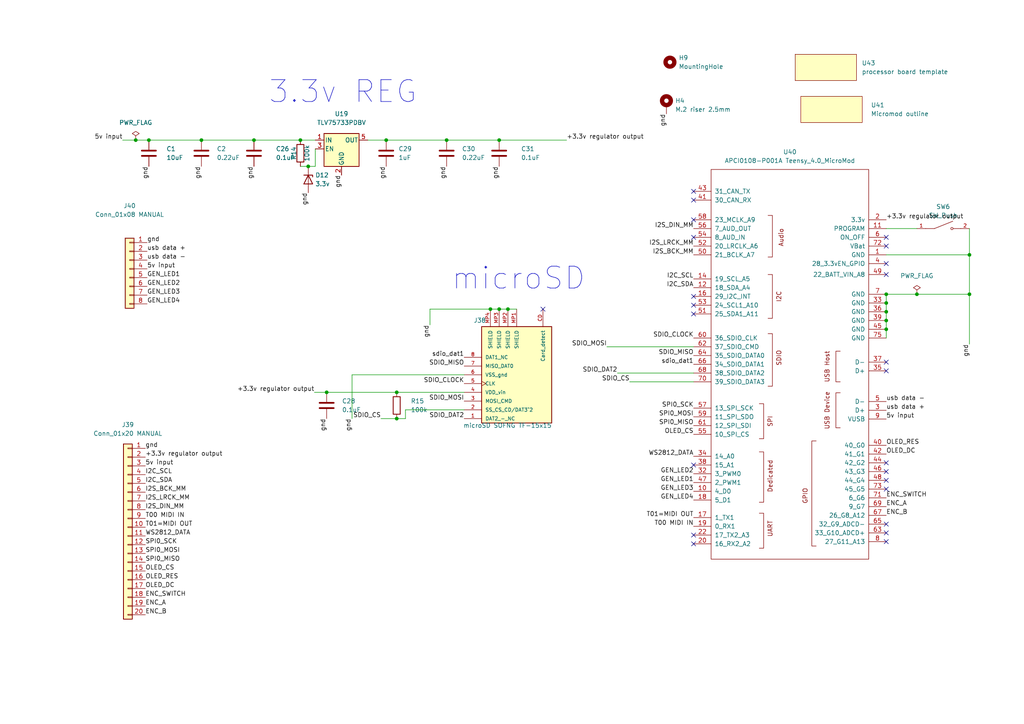
<source format=kicad_sch>
(kicad_sch (version 20211123) (generator eeschema)
  (paper "A4")
  (lib_symbols
    (symbol "Connector_Generic:Conn_01x08" (pin_names (offset 1.016) hide)
      (property "Reference" "J" (at 0 10.16 0))
      (property "Value" "Conn_01x08" (at 0 -12.7 0))
      (symbol "Conn_01x08_1_1"
        (rectangle (start -1.27 -10.033) (end 0 -10.287) (stroke (width 0.1524)))
        (rectangle (start -1.27 -7.493) (end 0 -7.747) (stroke (width 0.1524)))
        (rectangle (start -1.27 -4.953) (end 0 -5.207) (stroke (width 0.1524)))
        (rectangle (start -1.27 -2.413) (end 0 -2.667) (stroke (width 0.1524)))
        (rectangle (start -1.27 0.127) (end 0 -0.127) (stroke (width 0.1524)))
        (rectangle (start -1.27 2.667) (end 0 2.413) (stroke (width 0.1524)))
        (rectangle (start -1.27 5.207) (end 0 4.953) (stroke (width 0.1524)))
        (rectangle (start -1.27 7.747) (end 0 7.493) (stroke (width 0.1524)))
        (rectangle (start -1.27 8.89) (end 1.27 -11.43) (stroke (width 0.254)) (fill (type background)))
        (pin passive line (at -5.08 7.62 0) (length 3.81) (name "Pin_1") (number "1"))
        (pin passive line (at -5.08 5.08 0) (length 3.81) (name "Pin_2") (number "2"))
        (pin passive line (at -5.08 2.54 0) (length 3.81) (name "Pin_3") (number "3"))
        (pin passive line (at -5.08 0 0) (length 3.81) (name "Pin_4") (number "4"))
        (pin passive line (at -5.08 -2.54 0) (length 3.81) (name "Pin_5") (number "5"))
        (pin passive line (at -5.08 -5.08 0) (length 3.81) (name "Pin_6") (number "6"))
        (pin passive line (at -5.08 -7.62 0) (length 3.81) (name "Pin_7") (number "7"))
        (pin passive line (at -5.08 -10.16 0) (length 3.81) (name "Pin_8") (number "8"))
      )
    )
    (symbol "Connector_Generic:Conn_01x20" (pin_names (offset 1.016) hide)
      (property "Reference" "J" (at 0 25.4 0))
      (property "Value" "Conn_01x20" (at 0 -27.94 0))
      (symbol "Conn_01x20_1_1"
        (rectangle (start -1.27 -25.273) (end 0 -25.527) (stroke (width 0.1524)))
        (rectangle (start -1.27 -22.733) (end 0 -22.987) (stroke (width 0.1524)))
        (rectangle (start -1.27 -20.193) (end 0 -20.447) (stroke (width 0.1524)))
        (rectangle (start -1.27 -17.653) (end 0 -17.907) (stroke (width 0.1524)))
        (rectangle (start -1.27 -15.113) (end 0 -15.367) (stroke (width 0.1524)))
        (rectangle (start -1.27 -12.573) (end 0 -12.827) (stroke (width 0.1524)))
        (rectangle (start -1.27 -10.033) (end 0 -10.287) (stroke (width 0.1524)))
        (rectangle (start -1.27 -7.493) (end 0 -7.747) (stroke (width 0.1524)))
        (rectangle (start -1.27 -4.953) (end 0 -5.207) (stroke (width 0.1524)))
        (rectangle (start -1.27 -2.413) (end 0 -2.667) (stroke (width 0.1524)))
        (rectangle (start -1.27 0.127) (end 0 -0.127) (stroke (width 0.1524)))
        (rectangle (start -1.27 2.667) (end 0 2.413) (stroke (width 0.1524)))
        (rectangle (start -1.27 5.207) (end 0 4.953) (stroke (width 0.1524)))
        (rectangle (start -1.27 7.747) (end 0 7.493) (stroke (width 0.1524)))
        (rectangle (start -1.27 10.287) (end 0 10.033) (stroke (width 0.1524)))
        (rectangle (start -1.27 12.827) (end 0 12.573) (stroke (width 0.1524)))
        (rectangle (start -1.27 15.367) (end 0 15.113) (stroke (width 0.1524)))
        (rectangle (start -1.27 17.907) (end 0 17.653) (stroke (width 0.1524)))
        (rectangle (start -1.27 20.447) (end 0 20.193) (stroke (width 0.1524)))
        (rectangle (start -1.27 22.987) (end 0 22.733) (stroke (width 0.1524)))
        (rectangle (start -1.27 24.13) (end 1.27 -26.67) (stroke (width 0.254)) (fill (type background)))
        (pin passive line (at -5.08 22.86 0) (length 3.81) (name "Pin_1") (number "1"))
        (pin passive line (at -5.08 0 0) (length 3.81) (name "Pin_10") (number "10"))
        (pin passive line (at -5.08 -2.54 0) (length 3.81) (name "Pin_11") (number "11"))
        (pin passive line (at -5.08 -5.08 0) (length 3.81) (name "Pin_12") (number "12"))
        (pin passive line (at -5.08 -7.62 0) (length 3.81) (name "Pin_13") (number "13"))
        (pin passive line (at -5.08 -10.16 0) (length 3.81) (name "Pin_14") (number "14"))
        (pin passive line (at -5.08 -12.7 0) (length 3.81) (name "Pin_15") (number "15"))
        (pin passive line (at -5.08 -15.24 0) (length 3.81) (name "Pin_16") (number "16"))
        (pin passive line (at -5.08 -17.78 0) (length 3.81) (name "Pin_17") (number "17"))
        (pin passive line (at -5.08 -20.32 0) (length 3.81) (name "Pin_18") (number "18"))
        (pin passive line (at -5.08 -22.86 0) (length 3.81) (name "Pin_19") (number "19"))
        (pin passive line (at -5.08 20.32 0) (length 3.81) (name "Pin_2") (number "2"))
        (pin passive line (at -5.08 -25.4 0) (length 3.81) (name "Pin_20") (number "20"))
        (pin passive line (at -5.08 17.78 0) (length 3.81) (name "Pin_3") (number "3"))
        (pin passive line (at -5.08 15.24 0) (length 3.81) (name "Pin_4") (number "4"))
        (pin passive line (at -5.08 12.7 0) (length 3.81) (name "Pin_5") (number "5"))
        (pin passive line (at -5.08 10.16 0) (length 3.81) (name "Pin_6") (number "6"))
        (pin passive line (at -5.08 7.62 0) (length 3.81) (name "Pin_7") (number "7"))
        (pin passive line (at -5.08 5.08 0) (length 3.81) (name "Pin_8") (number "8"))
        (pin passive line (at -5.08 2.54 0) (length 3.81) (name "Pin_9") (number "9"))
      )
    )
    (symbol "Device:C" (pin_numbers hide) (pin_names (offset 0.254))
      (property "Reference" "C" (at 0.635 2.54 0))
      (property "Value" "C" (at 0.635 -2.54 0))
      (symbol "C_0_1"
        (polyline (pts (xy -2.032 -0.762) (xy 2.032 -0.762)) (stroke (width 0.508)))
        (polyline (pts (xy -2.032 0.762) (xy 2.032 0.762)) (stroke (width 0.508)))
      )
      (symbol "C_1_1"
        (pin passive line (at 0 3.81 270) (length 2.794) (name "~") (number "1"))
        (pin passive line (at 0 -3.81 90) (length 2.794) (name "~") (number "2"))
      )
    )
    (symbol "Device:D_Zener" (pin_numbers hide) (pin_names (offset 1.016) hide)
      (property "Reference" "D" (at 0 2.54 0))
      (property "Value" "D_Zener" (at 0 -2.54 0))
      (symbol "D_Zener_0_1"
        (polyline (pts (xy 1.27 0) (xy -1.27 0)))
        (polyline (pts (xy -1.27 -1.27) (xy -1.27 1.27) (xy -0.762 1.27)) (stroke (width 0.254)))
        (polyline (pts (xy 1.27 -1.27) (xy 1.27 1.27) (xy -1.27 0) (xy 1.27 -1.27)) (stroke (width 0.254)))
      )
      (symbol "D_Zener_1_1"
        (pin passive line (at -3.81 0 0) (length 2.54) (name "K") (number "1"))
        (pin passive line (at 3.81 0 180) (length 2.54) (name "A") (number "2"))
      )
    )
    (symbol "Device:R" (pin_numbers hide) (pin_names (offset 0))
      (property "Reference" "R" (at 2.032 0 90))
      (property "Value" "R" (at 0 0 90))
      (symbol "R_0_1"
        (rectangle (start -1.016 -2.54) (end 1.016 2.54) (stroke (width 0.254)))
      )
      (symbol "R_1_1"
        (pin passive line (at 0 3.81 270) (length 1.27) (name "~") (number "1"))
        (pin passive line (at 0 -3.81 90) (length 1.27) (name "~") (number "2"))
      )
    )
    (symbol "Mechanical:MountingHole" (pin_names (offset 1.016))
      (property "Reference" "H" (at 0 5.08 0))
      (property "Value" "MountingHole" (at 0 3.175 0))
      (symbol "MountingHole_0_1"
        (circle (center 0 0) (radius 1.27) (stroke (width 1.27)))
      )
    )
    (symbol "Mechanical:MountingHole_Pad" (pin_numbers hide) (pin_names (offset 1.016) hide)
      (property "Reference" "H" (at 0 6.35 0))
      (property "Value" "MountingHole_Pad" (at 0 4.445 0))
      (symbol "MountingHole_Pad_0_1"
        (circle (center 0 1.27) (radius 1.27) (stroke (width 1.27)))
      )
      (symbol "MountingHole_Pad_1_1"
        (pin input line (at 0 -2.54 90) (length 2.54) (name "1") (number "1"))
      )
    )
    (symbol "Regulator_Linear:TLV75733PDBV" (pin_names (offset 0.254))
      (property "Reference" "U" (at -3.81 5.715 0))
      (property "Value" "TLV75733PDBV" (at 0 5.715 0))
      (symbol "TLV75733PDBV_0_1"
        (rectangle (start -5.08 4.445) (end 5.08 -5.08) (stroke (width 0.254)) (fill (type background)))
      )
      (symbol "TLV75733PDBV_1_1"
        (pin power_in line (at -7.62 2.54 0) (length 2.54) (name "IN") (number "1"))
        (pin power_in line (at 0 -7.62 90) (length 2.54) (name "GND") (number "2"))
        (pin input line (at -7.62 0 0) (length 2.54) (name "EN") (number "3"))
        (pin no_connect line (at 5.08 0 180) (length 2.54) hide (name "NC") (number "4"))
        (pin power_out line (at 7.62 2.54 180) (length 2.54) (name "OUT") (number "5"))
      )
    )
    (symbol "Teensy_4.0_MicroMod:Teensy_4.0_MicroMod" (pin_names (offset 1.016))
      (property "Reference" "U" (at 10.795 33.02 0))
      (property "Value" "Teensy_4.0_MicroMod" (at 11.43 29.21 0))
      (symbol "Teensy_4.0_MicroMod_0_0"
        (rectangle (start -22.86 37.465) (end 22.86 -75.565))
        (polyline (pts (xy -8.89 -62.23) (xy -7.62 -62.23) (xy -7.62 -72.39) (xy -8.89 -72.39)))
        (polyline (pts (xy -8.89 -44.45) (xy -7.62 -44.45) (xy -7.62 -59.055) (xy -8.89 -59.055)))
        (polyline (pts (xy -8.89 -30.48) (xy -7.62 -30.48) (xy -7.62 -40.64) (xy -8.89 -40.64)))
        (polyline (pts (xy -6.35 -10.16) (xy -5.08 -10.16) (xy -5.08 -25.4) (xy -6.35 -25.4)))
        (polyline (pts (xy -6.35 6.985) (xy -5.08 6.985) (xy -5.08 -5.715) (xy -6.35 -5.715)))
        (polyline (pts (xy -6.35 12.065) (xy -5.08 12.065) (xy -5.08 24.13) (xy -6.35 24.13)))
        (polyline (pts (xy 7.62 -41.275) (xy 6.35 -41.275) (xy 6.35 -71.755) (xy 7.62 -71.755)))
        (text "Audio" (at -2.54 17.78 900) (effects (font (size 1.27 1.27))))
        (text "Dedicated" (at -5.715 -51.435 900) (effects (font (size 1.27 1.27))))
        (text "GPIO" (at 4.445 -57.15 900) (effects (font (size 1.27 1.27))))
        (text "I2C" (at -3.175 0.635 900) (effects (font (size 1.27 1.27))))
        (text "SDIO" (at -3.175 -17.145 900) (effects (font (size 1.27 1.27))))
        (text "SPI" (at -5.715 -35.56 900) (effects (font (size 1.27 1.27))))
        (text "UART" (at -5.715 -66.675 900) (effects (font (size 1.27 1.27))))
        (text "USB Device" (at 10.795 -32.385 900) (effects (font (size 1.27 1.27))))
        (text "USB Host" (at 10.795 -19.685 900) (effects (font (size 1.27 1.27))))
        (pin input line (at 27.94 20.32 180) (length 5.08) (name "PROGRAM") (number "11"))
        (pin bidirectional line (at 27.94 -32.385 180) (length 5.08) (name "D+") (number "3"))
        (pin power_in line (at 27.94 -1.27 180) (length 5.08) (name "GND") (number "33"))
        (pin bidirectional line (at 27.94 -20.955 180) (length 5.08) (name "D+") (number "35"))
        (pin power_in line (at 27.94 -3.81 180) (length 5.08) (name "GND") (number "36"))
        (pin bidirectional line (at 27.94 -18.415 180) (length 5.08) (name "D-") (number "37"))
        (pin power_in line (at 27.94 -6.35 180) (length 5.08) (name "GND") (number "39"))
        (pin power_in line (at 27.94 -8.89 180) (length 5.08) (name "GND") (number "45"))
        (pin bidirectional line (at 27.94 -29.845 180) (length 5.08) (name "D-") (number "5"))
        (pin input line (at 27.94 17.78 180) (length 5.08) (name "ON_OFF") (number "6"))
        (pin power_in line (at 27.94 1.27 180) (length 5.08) (name "GND") (number "7"))
        (pin input line (at 27.94 15.24 180) (length 5.08) (name "VBat") (number "72"))
        (pin power_in line (at 27.94 -11.43 180) (length 5.08) (name "GND") (number "75"))
        (pin power_in line (at 27.94 -34.925 180) (length 5.08) (name "VUSB") (number "9"))
      )
      (symbol "Teensy_4.0_MicroMod_0_1"
        (polyline (pts (xy 14.605 -27.305) (xy 13.335 -27.305) (xy 13.335 -37.465) (xy 14.605 -37.465)))
        (polyline (pts (xy 14.605 -15.24) (xy 13.335 -15.24) (xy 13.335 -24.13) (xy 14.605 -24.13)))
      )
      (symbol "Teensy_4.0_MicroMod_1_1"
        (pin input line (at 27.94 12.7 180) (length 5.08) (name "GND") (number "1"))
        (pin input line (at -27.94 -55.88 0) (length 5.08) (name "4_D0") (number "10"))
        (pin input line (at -27.94 3.175 0) (length 5.08) (name "18_SDA_A4") (number "12"))
        (pin input line (at -27.94 5.715 0) (length 5.08) (name "19_SCL_A5") (number "14"))
        (pin input line (at -27.94 0.635 0) (length 5.08) (name "29_I2C_INT") (number "16"))
        (pin input line (at -27.94 -63.5 0) (length 5.08) (name "1_TX1") (number "17"))
        (pin input line (at -27.94 -58.42 0) (length 5.08) (name "5_D1") (number "18"))
        (pin input line (at -27.94 -66.04 0) (length 5.08) (name "0_RX1") (number "19"))
        (pin input line (at 27.94 22.86 180) (length 5.08) (name "3.3v") (number "2"))
        (pin input line (at -27.94 -71.12 0) (length 5.08) (name "16_RX2_A2") (number "20"))
        (pin input line (at -27.94 -68.58 0) (length 5.08) (name "17_TX2_A3") (number "22"))
        (pin input line (at -27.94 -50.8 0) (length 5.08) (name "3_PWM0") (number "32"))
        (pin input line (at -27.94 -45.72 0) (length 5.08) (name "14_A0") (number "34"))
        (pin input line (at -27.94 -48.26 0) (length 5.08) (name "15_A1") (number "38"))
        (pin input line (at 27.94 10.16 180) (length 5.08) (name "28_3.3vEN_GPIO") (number "4"))
        (pin input line (at 27.94 -42.545 180) (length 5.08) (name "40_G0") (number "40"))
        (pin input line (at -27.94 28.575 0) (length 5.08) (name "30_CAN_RX") (number "41"))
        (pin input line (at 27.94 -45.085 180) (length 5.08) (name "41_G1") (number "42"))
        (pin input line (at -27.94 31.115 0) (length 5.08) (name "31_CAN_TX") (number "43"))
        (pin input line (at 27.94 -47.625 180) (length 5.08) (name "42_G2") (number "44"))
        (pin input line (at 27.94 -50.165 180) (length 5.08) (name "43_G3") (number "46"))
        (pin input line (at -27.94 -53.34 0) (length 5.08) (name "2_PWM1") (number "47"))
        (pin input line (at 27.94 -52.705 180) (length 5.08) (name "44_G4") (number "48"))
        (pin input line (at 27.94 6.985 180) (length 5.08) (name "22_BATT_VIN_A8") (number "49"))
        (pin input line (at -27.94 12.7 0) (length 5.08) (name "21_BCLK_A7") (number "50"))
        (pin input line (at -27.94 -4.445 0) (length 5.08) (name "25_SDA1_A11") (number "51"))
        (pin input line (at -27.94 15.24 0) (length 5.08) (name "20_LRCLK_A6") (number "52"))
        (pin input line (at -27.94 -1.905 0) (length 5.08) (name "24_SCL1_A10") (number "53"))
        (pin input line (at -27.94 17.78 0) (length 5.08) (name "8_AUD_IN") (number "54"))
        (pin input line (at -27.94 -39.37 0) (length 5.08) (name "10_SPI_CS") (number "55"))
        (pin input line (at -27.94 20.32 0) (length 5.08) (name "7_AUD_OUT") (number "56"))
        (pin input line (at -27.94 -31.75 0) (length 5.08) (name "13_SPI_SCK") (number "57"))
        (pin input line (at -27.94 22.86 0) (length 5.08) (name "23_MCLK_A9") (number "58"))
        (pin input line (at -27.94 -34.29 0) (length 5.08) (name "11_SPI_SDO") (number "59"))
        (pin input line (at -27.94 -11.43 0) (length 5.08) (name "36_SDIO_CLK") (number "60"))
        (pin input line (at -27.94 -36.83 0) (length 5.08) (name "12_SPI_SDI") (number "61"))
        (pin input line (at -27.94 -13.97 0) (length 5.08) (name "37_SDIO_CMD") (number "62"))
        (pin input line (at 27.94 -67.945 180) (length 5.08) (name "33_G10_ADCD+") (number "63"))
        (pin input line (at -27.94 -16.51 0) (length 5.08) (name "35_SDIO_DATA0") (number "64"))
        (pin input line (at 27.94 -65.405 180) (length 5.08) (name "32_G9_ADCD-") (number "65"))
        (pin input line (at -27.94 -19.05 0) (length 5.08) (name "34_SDIO_DATA1") (number "66"))
        (pin input line (at 27.94 -62.865 180) (length 5.08) (name "26_G8_A12") (number "67"))
        (pin input line (at -27.94 -21.59 0) (length 5.08) (name "38_SDIO_DATA2") (number "68"))
        (pin input line (at 27.94 -60.325 180) (length 5.08) (name "9_G7") (number "69"))
        (pin input line (at -27.94 -24.13 0) (length 5.08) (name "39_SDIO_DATA3") (number "70"))
        (pin input line (at 27.94 -57.785 180) (length 5.08) (name "6_G6") (number "71"))
        (pin input line (at 27.94 -55.245 180) (length 5.08) (name "45_G5") (number "73"))
        (pin input line (at 27.94 -70.485 180) (length 5.08) (name "27_G11_A13") (number "8"))
      )
    )
    (symbol "clarinoid2:Placeholder" (in_bom no)
      (property "Reference" "U" (at 0 0 0))
      (property "Value" "Placeholder" (at 0 -1.27 0))
      (symbol "Placeholder_0_1"
        (rectangle (start -8.89 2.54) (end 8.89 -5.08) (fill (type background)))
      )
    )
    (symbol "clarinoid2:XKB tactile switch jlcpcb TS-1187A-B-A-B" (pin_names (offset 1.016) hide)
      (property "Reference" "S" (at -2.54 2.54 0))
      (property "Value" "XKB tactile switch jlcpcb TS-1187A-B-A-B" (at -2.54 -2.54 0))
      (symbol "XKB tactile switch jlcpcb TS-1187A-B-A-B_0_0"
        (polyline (pts (xy -2.54 0) (xy -5.08 0)) (stroke (width 0.1524)))
        (polyline (pts (xy -2.54 0) (xy 2.794 2.1336)) (stroke (width 0.1524)))
        (polyline (pts (xy 5.08 0) (xy 2.921 0)) (stroke (width 0.1524)))
        (circle (center 2.54 0) (radius 0.3302) (stroke (width 0.1524)))
        (pin passive line (at -7.62 0 0) (length 2.54) (name "~") (number "1"))
        (pin passive line (at 7.62 0 180) (length 2.54) (name "~") (number "2"))
      )
    )
    (symbol "clarinoid2:microSD SOFNG TF-15x15" (pin_names (offset 1.016))
      (property "Reference" "J" (at 11.43 -15.24 0))
      (property "Value" "microSD SOFNG TF-15x15" (at -7.62 15.24 0))
      (symbol "microSD SOFNG TF-15x15_0_0"
        (rectangle (start -7.62 15.24) (end 12.7 -12.7) (stroke (width 0.254)) (fill (type background)))
        (pin passive line (at 17.78 13.97 180) (length 5.08) (name "DAT2_-_NC") (number "1"))
        (pin passive line (at 17.78 11.43 180) (length 5.08) (name "SS_CS_CD/DAT3^2") (number "2"))
        (pin passive line (at 17.78 8.89 180) (length 5.08) (name "MOSI_CMD") (number "3"))
        (pin power_in line (at 17.78 6.35 180) (length 5.08) (name "VDD_vin") (number "4"))
        (pin passive clock (at 17.78 3.81 180) (length 5.08) (name "CLK") (number "5"))
        (pin power_in line (at 17.78 1.27 180) (length 5.08) (name "VSS_gnd") (number "6"))
        (pin passive line (at 17.78 -1.27 180) (length 5.08) (name "MISO_DAT0") (number "7"))
        (pin passive line (at 17.78 -3.81 180) (length 5.08) (name "DAT1_NC") (number "8"))
        (pin passive line (at -5.08 -17.78 90) (length 5.08) (name "Card_detect") (number "CD"))
        (pin passive line (at 2.54 -17.78 90) (length 5.08) (name "SHIELD") (number "MP1"))
        (pin passive line (at 5.08 -17.78 90) (length 5.08) (name "SHIELD") (number "MP2"))
        (pin passive line (at 7.62 -17.78 90) (length 5.08) (name "SHIELD") (number "MP3"))
        (pin passive line (at 10.16 -17.78 90) (length 5.08) (name "SHIELD") (number "MP4"))
      )
    )
    (symbol "power:PWR_FLAG" (power) (pin_numbers hide) (pin_names (offset 0) hide)
      (property "Value" "PWR_FLAG" (at 0 3.81 0))
      (symbol "PWR_FLAG_0_0"
        (pin power_out line (at 0 0 90) (length 0) (name "pwr") (number "1"))
      )
      (symbol "PWR_FLAG_0_1"
        (polyline (pts (xy 0 0) (xy 0 1.27) (xy -1.016 1.905) (xy 0 2.54) (xy 1.016 1.905) (xy 0 1.27)))
      )
    )
  )
  (junction (at 94.742 113.792))
  (junction (at 147.32 89.662))
  (junction (at 115.062 113.792))
  (junction (at 257.048 95.504))
  (junction (at 112.014 40.64))
  (junction (at 39.37 40.64))
  (junction (at 129.54 40.64))
  (junction (at 73.66 40.64))
  (junction (at 257.048 87.884))
  (junction (at 281.178 85.344))
  (junction (at 43.18 40.64))
  (junction (at 265.938 85.344))
  (junction (at 115.062 121.412))
  (junction (at 87.122 40.64))
  (junction (at 58.42 40.64))
  (junction (at 257.048 90.424))
  (junction (at 144.78 89.662))
  (junction (at 142.24 89.662))
  (junction (at 89.408 48.26))
  (junction (at 144.78 40.64))
  (junction (at 257.048 85.344))
  (junction (at 257.048 92.964))
  (junction (at 281.178 73.914))
  (no_connect (at 257.048 141.859))
  (no_connect (at 201.168 55.499))
  (no_connect (at 257.048 152.019))
  (no_connect (at 257.048 105.029))
  (no_connect (at 257.048 139.319))
  (no_connect (at 257.048 134.239))
  (no_connect (at 257.048 71.374))
  (no_connect (at 257.048 107.569))
  (no_connect (at 257.048 154.559))
  (no_connect (at 257.048 136.779))
  (no_connect (at 257.048 76.454))
  (no_connect (at 257.048 79.629))
  (no_connect (at 201.168 91.059))
  (no_connect (at 201.168 88.519))
  (no_connect (at 201.168 85.979))
  (no_connect (at 201.168 68.834))
  (no_connect (at 201.168 63.754))
  (no_connect (at 257.048 157.099))
  (no_connect (at 201.168 134.874))
  (no_connect (at 201.168 155.194))
  (no_connect (at 201.168 157.734))
  (no_connect (at 157.48 89.662))
  (no_connect (at 257.048 68.834))
  (no_connect (at 201.168 58.039))
  (wire (pts (xy 43.18 40.64) (xy 58.42 40.64)))
  (wire (pts (xy 110.49 121.412) (xy 115.062 121.412)))
  (wire (pts (xy 182.626 110.744) (xy 201.168 110.744)))
  (wire (pts (xy 142.24 89.662) (xy 124.714 89.662)))
  (wire (pts (xy 257.048 90.424) (xy 257.048 92.964)))
  (wire (pts (xy 257.048 85.344) (xy 265.938 85.344)))
  (wire (pts (xy 35.56 40.64) (xy 39.37 40.64)))
  (wire (pts (xy 281.178 73.914) (xy 281.178 85.344)))
  (wire (pts (xy 112.014 40.64) (xy 106.68 40.64)))
  (wire (pts (xy 164.338 40.64) (xy 144.78 40.64)))
  (wire (pts (xy 58.42 40.64) (xy 73.66 40.64)))
  (wire (pts (xy 73.66 40.64) (xy 87.122 40.64)))
  (wire (pts (xy 257.048 85.344) (xy 257.048 87.884)))
  (wire (pts (xy 142.24 89.662) (xy 144.78 89.662)))
  (wire (pts (xy 102.108 108.712) (xy 134.62 108.712)))
  (wire (pts (xy 257.048 95.504) (xy 257.048 98.044)))
  (wire (pts (xy 144.78 40.64) (xy 129.54 40.64)))
  (wire (pts (xy 117.602 118.872) (xy 117.602 121.412)))
  (wire (pts (xy 117.602 121.412) (xy 115.062 121.412)))
  (wire (pts (xy 91.44 48.26) (xy 89.408 48.26)))
  (wire (pts (xy 281.178 66.294) (xy 281.178 73.914)))
  (wire (pts (xy 89.408 48.26) (xy 87.122 48.26)))
  (wire (pts (xy 87.122 40.64) (xy 91.44 40.64)))
  (wire (pts (xy 91.186 113.792) (xy 94.742 113.792)))
  (wire (pts (xy 129.54 40.64) (xy 112.014 40.64)))
  (wire (pts (xy 176.022 100.584) (xy 201.168 100.584)))
  (wire (pts (xy 257.048 87.884) (xy 257.048 90.424)))
  (wire (pts (xy 124.714 89.662) (xy 124.714 94.234)))
  (wire (pts (xy 147.32 89.662) (xy 149.86 89.662)))
  (wire (pts (xy 115.062 113.792) (xy 134.62 113.792)))
  (wire (pts (xy 257.048 66.294) (xy 265.938 66.294)))
  (wire (pts (xy 39.37 40.64) (xy 43.18 40.64)))
  (wire (pts (xy 179.07 108.204) (xy 201.168 108.204)))
  (wire (pts (xy 144.78 89.662) (xy 147.32 89.662)))
  (wire (pts (xy 257.048 73.914) (xy 281.178 73.914)))
  (wire (pts (xy 102.108 121.412) (xy 102.108 108.712)))
  (wire (pts (xy 91.44 43.18) (xy 91.44 48.26)))
  (wire (pts (xy 265.938 85.344) (xy 281.178 85.344)))
  (wire (pts (xy 134.62 118.872) (xy 117.602 118.872)))
  (wire (pts (xy 94.742 113.792) (xy 115.062 113.792)))
  (wire (pts (xy 257.048 92.964) (xy 257.048 95.504)))
  (wire (pts (xy 281.178 85.344) (xy 281.178 99.822)))
  (text "microSD" (at 130.81 84.582 0) (effects (font (size 6.35 6.35)) (justify left bottom)))
  (text "3.3v REG" (at 77.724 30.48 0) (effects (font (size 6.35 6.35)) (justify left bottom)))
  (label "gnd" (at 99.06 50.8 270))
  (label "GEN_LED1" (at 42.672 80.518 0))
  (label "SPI0_MOSI" (at 42.164 160.528 0))
  (label "gnd" (at 281.178 99.822 270))
  (label "SPI0_MISO" (at 42.164 163.068 0))
  (label "SDIO_CS" (at 110.49 121.412 180))
  (label "T01=MIDI OUT" (at 42.164 152.908 0))
  (label "gnd" (at 58.42 48.26 270))
  (label "I2S_DIN_MM" (at 201.168 66.294 180))
  (label "ENC_B" (at 257.048 149.479 0))
  (label "SDIO_MISO" (at 201.168 103.124 180))
  (label "gnd" (at 129.54 48.26 270))
  (label "OLED_DC" (at 257.048 131.699 0))
  (label "SDIO_MOSI" (at 176.022 100.584 180))
  (label "I2C_SDA" (at 201.168 83.439 180))
  (label "I2S_LRCK_MM" (at 201.168 71.374 180))
  (label "ENC_B" (at 42.164 178.308 0))
  (label "5v input" (at 42.672 77.978 0))
  (label "gnd" (at 144.78 48.26 270))
  (label "I2S_BCK_MM" (at 201.168 73.914 180))
  (label "OLED_DC" (at 42.164 170.688 0))
  (label "ENC_SWITCH" (at 257.048 144.399 0))
  (label "SPI0_SCK" (at 42.164 157.988 0))
  (label "SDIO_CLOCK" (at 134.62 111.252 180))
  (label "SDIO_CLOCK" (at 201.168 98.044 180))
  (label "usb data +" (at 257.048 118.999 0))
  (label "sdio_dat1" (at 201.168 105.664 180))
  (label "sdio_dat1" (at 134.62 103.632 180))
  (label "OLED_CS" (at 42.164 165.608 0))
  (label "SDIO_DAT2" (at 134.62 121.412 180))
  (label "I2S_BCK_MM" (at 42.164 142.748 0))
  (label "5v input" (at 35.56 40.64 180))
  (label "GEN_LED2" (at 42.672 83.058 0))
  (label "T01=MIDI OUT" (at 201.168 150.114 180))
  (label "I2S_LRCK_MM" (at 42.164 145.288 0))
  (label "GEN_LED3" (at 201.168 142.494 180))
  (label "SDIO_CS" (at 182.626 110.744 180))
  (label "usb data +" (at 42.672 72.898 0))
  (label "T00 MIDI IN" (at 42.164 150.368 0))
  (label "OLED_CS" (at 201.168 125.984 180))
  (label "gnd" (at 89.408 55.88 270))
  (label "gnd" (at 112.014 48.26 270))
  (label "usb data -" (at 42.672 75.438 0))
  (label "GEN_LED3" (at 42.672 85.598 0))
  (label "5v input" (at 257.048 121.539 0))
  (label "gnd" (at 43.18 48.26 270))
  (label "WS2812_DATA" (at 42.164 155.448 0))
  (label "+3.3v regulator output" (at 257.048 63.754 0))
  (label "SPI0_MOSI" (at 201.168 120.904 180))
  (label "SDIO_DAT2" (at 179.07 108.204 180))
  (label "usb data -" (at 257.048 116.459 0))
  (label "GEN_LED4" (at 201.168 145.034 180))
  (label "gnd" (at 42.164 130.048 0))
  (label "I2C_SCL" (at 42.164 137.668 0))
  (label "gnd" (at 94.742 121.412 270))
  (label "T00 MIDI IN" (at 201.168 152.654 180))
  (label "+3.3v regulator output" (at 164.338 40.64 0))
  (label "OLED_RES" (at 42.164 168.148 0))
  (label "ENC_SWITCH" (at 42.164 173.228 0))
  (label "ENC_A" (at 42.164 175.768 0))
  (label "gnd" (at 73.66 48.26 270))
  (label "I2S_DIN_MM" (at 42.164 147.828 0))
  (label "gnd" (at 42.672 70.358 0))
  (label "SDIO_MOSI" (at 134.62 116.332 180))
  (label "GEN_LED2" (at 201.168 137.414 180))
  (label "OLED_RES" (at 257.048 129.159 0))
  (label "+3.3v regulator output" (at 42.164 132.588 0))
  (label "GEN_LED4" (at 42.672 88.138 0))
  (label "gnd" (at 124.714 94.234 270))
  (label "5v input" (at 42.164 135.128 0))
  (label "gnd" (at 193.294 33.02 270))
  (label "gnd" (at 102.108 121.412 270))
  (label "WS2812_DATA" (at 201.168 132.334 180))
  (label "I2C_SDA" (at 42.164 140.208 0))
  (label "SPI0_MISO" (at 201.168 123.444 180))
  (label "+3.3v regulator output" (at 91.186 113.792 180))
  (label "ENC_A" (at 257.048 146.939 0))
  (label "SDIO_MISO" (at 134.62 106.172 180))
  (label "I2C_SCL" (at 201.168 80.899 180))
  (label "SPI0_SCK" (at 201.168 118.364 180))
  (label "GEN_LED1" (at 201.168 139.954 180))
  (symbol (lib_id "clarinoid2:Placeholder") (at 239.522 18.288 0) (unit 1) (in_bom no)
    (property "Reference" "U43" (at 249.936 18.2879 0) (effects (justify left)))
    (property "Value" "processor board template" (at 249.936 20.8279 0) (effects (justify left)))
    (property "Footprint" "clarinoid2:dev board processor subboard template" (effects hide))
    (property "verif" "1" (effects hide))
  )
  (symbol (lib_id "Device:C") (at 58.42 44.45 0) (unit 1)
    (property "Reference" "C2" (at 62.865 43.1799 0) (effects (justify left)))
    (property "Value" "0.22uF" (at 62.865 45.7199 0) (effects (justify left)))
    (property "Footprint" "Capacitor_SMD:C_0805_2012Metric" (effects hide))
    (property "LCSC part number" "C5378" (effects hide))
    (property "verif" "1" (effects hide))
    (property "LCSC" "C5378" (effects hide))
  )
  (symbol (lib_id "Device:C") (at 94.742 117.602 0) (unit 1)
    (property "Reference" "C28" (at 99.187 116.3319 0) (effects (justify left)))
    (property "Value" "0.1uF" (at 99.187 118.8719 0) (effects (justify left)))
    (property "Footprint" "Capacitor_SMD:C_0805_2012Metric" (effects hide))
    (property "LCSC part number" "C49678" (effects hide))
    (property "verif" "1" (effects hide))
    (property "LCSC" "C49678" (effects hide))
  )
  (symbol (lib_id "power:PWR_FLAG") (at 265.938 85.344 0) (unit 1)
    (property "Reference" "#FLG0105" (effects hide))
    (property "Value" "PWR_FLAG" (at 265.938 80.01 0))
  )
  (symbol (lib_id "Device:C") (at 112.014 44.45 0) (unit 1)
    (property "Reference" "C29" (at 115.57 43.1799 0) (effects (justify left)))
    (property "Value" "1uF" (at 115.57 45.7199 0) (effects (justify left)))
    (property "Footprint" "Capacitor_SMD:C_0805_2012Metric" (effects hide))
    (property "LCSC part number" "C28323" (effects hide))
    (property "verif" "1" (effects hide))
    (property "LCSC" "C28323" (effects hide))
  )
  (symbol (lib_id "Device:C") (at 43.18 44.45 0) (unit 1)
    (property "Reference" "C1" (at 48.26 43.1799 0) (effects (justify left)))
    (property "Value" "10uF" (at 48.26 45.7199 0) (effects (justify left)))
    (property "Footprint" "Capacitor_SMD:C_0805_2012Metric" (effects hide))
    (property "LCSC part number" "C15850" (effects hide))
    (property "verif" "1" (effects hide))
    (property "LCSC" "C15850" (effects hide))
  )
  (symbol (lib_id "Device:D_Zener") (at 89.408 52.07 270) (unit 1)
    (property "Reference" "D12" (at 91.44 50.7999 90) (effects (justify left)))
    (property "Value" "3.3v" (at 91.44 53.3399 90) (effects (justify left)))
    (property "Footprint" "Diode_SMD:D_MiniMELF" (effects hide))
    (property "LCSC part number" "C393436" (effects hide))
    (property "verif" "1" (effects hide))
    (property "LCSC" "C393436" (effects hide))
  )
  (symbol (lib_id "Connector_Generic:Conn_01x20") (at 37.084 152.908 0) (mirror y) (unit 1) (in_bom no)
    (property "Reference" "J39" (at 37.084 123.19 0))
    (property "Value" "Conn_01x20 MANUAL" (at 37.084 125.73 0))
    (property "Footprint" "Connector_PinHeader_2.54mm:PinHeader_1x20_P2.54mm_Vertical" (effects hide))
    (property "verif" "1" (effects hide))
  )
  (symbol (lib_id "Regulator_Linear:TLV75733PDBV") (at 99.06 43.18 0) (unit 1)
    (property "Reference" "U19" (at 99.06 33.02 0))
    (property "Value" "TLV75733PDBV" (at 99.06 35.56 0))
    (property "Footprint" "Package_TO_SOT_SMD:SOT-23-5" (effects hide))
    (property "Datasheet" "https://www.ti.com/lit/ds/symlink/tlv757p.pdf" (effects hide))
    (property "LCSC part number" "C485517" (effects hide))
    (property "verif" "1" (effects hide))
    (property "LCSC" "C485517" (effects hide))
  )
  (symbol (lib_id "clarinoid2:Placeholder") (at 241.173 30.48 0) (unit 1) (in_bom no)
    (property "Reference" "U41" (at 252.603 30.4799 0) (effects (justify left)))
    (property "Value" "Micromod outline" (at 252.603 33.0199 0) (effects (justify left)))
    (property "Footprint" "clarinoid2:Teensy_4.0_MicroMod outline fab" (effects hide))
    (property "verif" "1" (effects hide))
  )
  (symbol (lib_id "power:PWR_FLAG") (at 39.37 40.64 0) (unit 1)
    (property "Reference" "#FLG0106" (effects hide))
    (property "Value" "PWR_FLAG" (at 39.37 35.56 0))
  )
  (symbol (lib_id "Device:R") (at 115.062 117.602 180) (unit 1)
    (property "Reference" "R15" (at 119.126 116.3319 0) (effects (justify right)))
    (property "Value" "100k" (at 119.126 118.8719 0) (effects (justify right)))
    (property "Footprint" "Resistor_SMD:R_1206_3216Metric" (effects hide))
    (property "LCSC part number" "C17900" (effects hide))
    (property "verif" "1" (effects hide))
    (property "LCSC" "C17900" (effects hide))
  )
  (symbol (lib_id "Mechanical:MountingHole") (at 194.31 18.034 0) (unit 1)
    (property "Reference" "H9" (at 196.85 16.7639 0) (effects (justify left)))
    (property "Value" "MountingHole" (at 196.85 19.3039 0) (effects (justify left)))
    (property "Footprint" "MountingHole:MountingHole_3.2mm_M3" (effects hide))
    (property "MANUFACTURER" "Wurth" (effects hide))
    (property "verif" "1" (effects hide))
  )
  (symbol (lib_id "Device:C") (at 129.54 44.45 0) (unit 1)
    (property "Reference" "C30" (at 133.985 43.1799 0) (effects (justify left)))
    (property "Value" "0.22uF" (at 133.985 45.7199 0) (effects (justify left)))
    (property "Footprint" "Capacitor_SMD:C_0805_2012Metric" (effects hide))
    (property "LCSC part number" "C5378" (effects hide))
    (property "verif" "1" (effects hide))
    (property "LCSC" "C5378" (effects hide))
  )
  (symbol (lib_id "Mechanical:MountingHole_Pad") (at 193.294 30.48 0) (unit 1)
    (property "Reference" "H4" (at 195.834 29.2099 0) (effects (justify left)))
    (property "Value" "M.2 riser 2.5mm" (at 195.834 31.7499 0) (effects (justify left)))
    (property "Footprint" "clarinoid2:Sinhoo SMTSO2530CTJ" (effects hide))
    (property "LCSC part number" "C2915630" (effects hide))
    (property "verif" "1" (effects hide))
    (property "LCSC" "C2915630" (effects hide))
  )
  (symbol (lib_id "clarinoid2:XKB tactile switch jlcpcb TS-1187A-B-A-B") (at 273.558 66.294 0) (unit 1)
    (property "Reference" "SW6" (at 273.558 59.944 0))
    (property "Value" "SW_Push" (at 273.558 62.484 0))
    (property "Footprint" "clarinoid2:XKB switch jlcpcb SW_TS-1187A-B-A-B" (effects hide))
    (property "LCSC part number" "C318884" (effects hide))
    (property "STANDARD" "Manufacturer Recommendations" (effects hide))
    (property "MANUFACTURER" "XKB Industrial Precision" (effects hide))
    (property "MAXIMUM_PACKAGE_HEIGHT" "1.5mm" (effects hide))
    (property "PARTREV" "A0" (effects hide))
    (property "verif" "1" (effects hide))
    (property "LCSC" "C318884" (effects hide))
  )
  (symbol (lib_id "Device:C") (at 144.78 44.45 0) (unit 1)
    (property "Reference" "C31" (at 151.13 43.1799 0) (effects (justify left)))
    (property "Value" "0.1uF" (at 151.13 45.7199 0) (effects (justify left)))
    (property "Footprint" "Capacitor_SMD:C_0805_2012Metric" (effects hide))
    (property "LCSC part number" "C49678" (effects hide))
    (property "verif" "1" (effects hide))
    (property "LCSC" "C49678" (effects hide))
  )
  (symbol (lib_id "Teensy_4.0_MicroMod:Teensy_4.0_MicroMod") (at 229.108 86.614 0) (unit 1)
    (property "Reference" "U40" (at 229.108 44.069 0))
    (property "Value" "APCI0108-P001A Teensy_4.0_MicroMod" (at 229.108 46.609 0))
    (property "Footprint" "SamacSys_Parts:21992304" (effects hide))
    (property "LCSC part number" "C841659" (effects hide))
    (property "verif" "1" (effects hide))
    (property "LCSC" "C841659" (effects hide))
  )
  (symbol (lib_id "Device:C") (at 73.66 44.45 0) (unit 1)
    (property "Reference" "C26" (at 80.01 43.1799 0) (effects (justify left)))
    (property "Value" "0.1uF" (at 80.01 45.7199 0) (effects (justify left)))
    (property "Footprint" "Capacitor_SMD:C_0805_2012Metric" (effects hide))
    (property "LCSC part number" "C49678" (effects hide))
    (property "verif" "1" (effects hide))
    (property "LCSC" "C49678" (effects hide))
  )
  (symbol (lib_id "Connector_Generic:Conn_01x08") (at 37.592 77.978 0) (mirror y) (unit 1) (in_bom no)
    (property "Reference" "J40" (at 37.592 59.69 0))
    (property "Value" "Conn_01x08 MANUAL" (at 37.592 62.23 0))
    (property "Footprint" "Connector_PinHeader_2.54mm:PinHeader_1x08_P2.54mm_Vertical" (effects hide))
    (property "verif" "1" (effects hide))
  )
  (symbol (lib_id "clarinoid2:microSD SOFNG TF-15x15") (at 152.4 107.442 180) (unit 1)
    (property "Reference" "J38" (at 140.97 92.202 0) (effects (justify left bottom)))
    (property "Value" "microSD SOFNG TF-15x15" (at 160.02 122.682 0) (effects (justify left bottom)))
    (property "Footprint" "clarinoid2:SOFNG TF-15x15 (LCSC C111196)" (effects hide))
    (property "LCSC" "C111196" (effects hide))
    (property "LCSC part number" "C111196" (effects hide))
    (property "verif" "1" (effects hide))
  )
  (symbol (lib_id "Device:R") (at 87.122 44.45 180) (unit 1)
    (property "Reference" "R14" (at 85.217 44.45 90))
    (property "Value" "100k" (at 89.027 44.45 90))
    (property "Footprint" "Resistor_SMD:R_1206_3216Metric" (effects hide))
    (property "LCSC part number" "C17900" (effects hide))
    (property "verif" "1" (effects hide))
    (property "LCSC" "C17900" (effects hide))
  )
)
</source>
